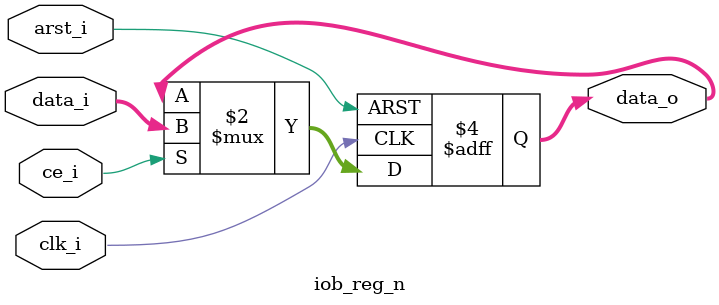
<source format=v>
`timescale 1ns / 1ps

module iob_reg_n
  #(
    parameter DATA_W = 0,
    parameter RST_VAL = 0
    )
   (
    input                   clk_i,
    input                   arst_i,
    input                   ce_i,
    input [DATA_W-1:0]      data_i,
    output reg [DATA_W-1:0] data_o
    );

   // prevent width mismatch
   localparam [DATA_W-1:0] RST_VAL_INT = RST_VAL;
   
   always @(negedge clk_i, posedge arst_i) begin
      if (arst_i) begin
         data_o <= RST_VAL_INT;
      end else if (ce_i) begin
         data_o <= data_i;
      end
   end

endmodule

</source>
